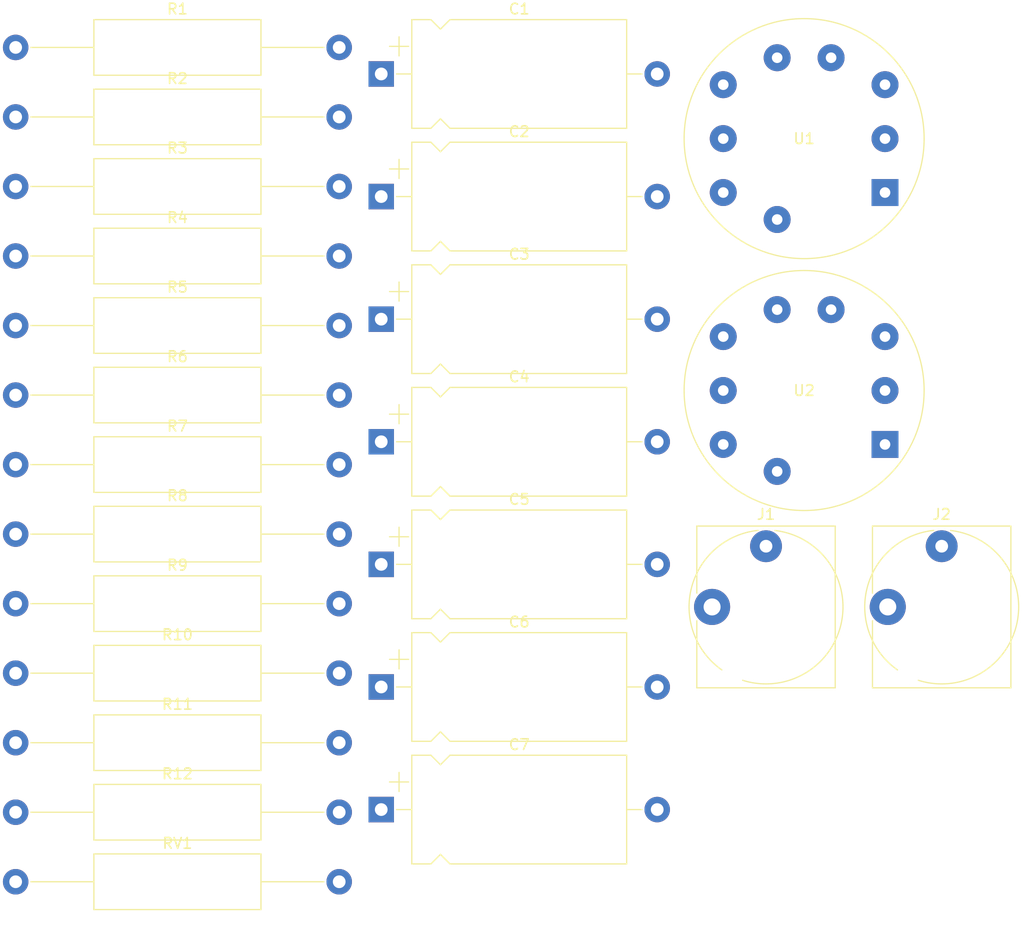
<source format=kicad_pcb>
(kicad_pcb (version 20221018) (generator pcbnew)
  (layers (0 "F.Cu" signal) (31 "B.Cu" signal) (34 "B.Paste" user) (35 "F.Paste" user) (36 "B.SilkS" user "B.Silkscreen") (37 "F.SilkS" user "F.Silkscreen") (38 "B.Mask" user) (39 "F.Mask" user) (44 "Edge.Cuts" user))
  (net 0 "")
  (net 1 "Net-(U1A-K)")
  (net 2 "Earth")
  (net 3 "Net-(U1A-A)")
  (net 4 "Net-(C2-Pad2)")
  (net 5 "Net-(C3-Pad2)")
  (net 6 "Net-(U1B-G)")
  (net 7 "Net-(U1B-A)")
  (net 8 "Net-(C5-Pad2)")
  (net 9 "Net-(U2A-G)")
  (net 10 "Net-(U2B-K)")
  (net 11 "Net-(C7-Pad2)")
  (net 12 "Net-(J1-PadS)")
  (net 13 "Net-(U1A-G)")
  (net 14 "Net-(R4-Pad1)")
  (net 15 "Net-(U1B-K)")
  (net 16 "Net-(U2A-K)")
  (net 17 "Net-(U2B-A)")
  (net 18 "Net-(U2A-A)")
  (footprint "Resistor_THT:R_Axial_DIN0516_L15.5mm_D5.0mm_P30.48mm_Horizontal" (layer "F.Cu") (at 98.82 84.78)
    (fp_text reference "R9" (at 15.24 -3.62) (layer "F.SilkS"))
    (fp_text value "470k")
    (fp_line (start 1.44 0) (end 7.37 0) (stroke (width 0.12)) (layer "F.SilkS"))
    (fp_line (start 7.37 -2.62) (end 7.37 2.62) (stroke (width 0.12)) (layer "F.SilkS"))
    (fp_line (start 7.37 2.62) (end 23.11 2.62) (stroke (width 0.12)) (layer "F.SilkS"))
    (fp_line (start 23.11 -2.62) (end 7.37 -2.62) (stroke (width 0.12)) (layer "F.SilkS"))
    (fp_line (start 23.11 2.62) (end 23.11 -2.62) (stroke (width 0.12)) (layer "F.SilkS"))
    (fp_line (start 29.04 0) (end 23.11 0) (stroke (width 0.12)) (layer "F.SilkS"))
    (pad "1" thru_hole circle (at 0 0) (size 2.4 2.4) (drill 1.2) (layers "*.Cu" "*.Mask") (net 9 "Net-(U2A-G)"))
    (pad "2" thru_hole oval (at 30.48 0) (size 2.4 2.4) (drill 1.2) (layers "*.Cu" "*.Mask") (net 2 "Earth"))
  )
  (footprint "Capacitor_THT:CP_Axial_L20.0mm_D10.0mm_P26.00mm_Horizontal" (layer "F.Cu") (at 133.26 81.08)
    (fp_text reference "C5" (at 13 -6.12) (layer "F.SilkS"))
    (fp_text value "22n")
    (fp_line (start 0.78 -2.6) (end 2.58 -2.6) (stroke (width 0.12)) (layer "F.SilkS"))
    (fp_line (start 1.44 0) (end 2.88 0) (stroke (width 0.12)) (layer "F.SilkS"))
    (fp_line (start 1.68 -3.5) (end 1.68 -1.7) (stroke (width 0.12)) (layer "F.SilkS"))
    (fp_line (start 2.88 -5.12) (end 2.88 5.12) (stroke (width 0.12)) (layer "F.SilkS"))
    (fp_line (start 2.88 -5.12) (end 4.68 -5.12) (stroke (width 0.12)) (layer "F.SilkS"))
    (fp_line (start 2.88 5.12) (end 4.68 5.12) (stroke (width 0.12)) (layer "F.SilkS"))
    (fp_line (start 4.68 -5.12) (end 5.58 -4.22) (stroke (width 0.12)) (layer "F.SilkS"))
    (fp_line (start 4.68 5.12) (end 5.58 4.22) (stroke (width 0.12)) (layer "F.SilkS"))
    (fp_line (start 5.58 -4.22) (end 6.48 -5.12) (stroke (width 0.12)) (layer "F.SilkS"))
    (fp_line (start 5.58 4.22) (end 6.48 5.12) (stroke (width 0.12)) (layer "F.SilkS"))
    (fp_line (start 6.48 -5.12) (end 23.12 -5.12) (stroke (width 0.12)) (layer "F.SilkS"))
    (fp_line (start 6.48 5.12) (end 23.12 5.12) (stroke (width 0.12)) (layer "F.SilkS"))
    (fp_line (start 23.12 -5.12) (end 23.12 5.12) (stroke (width 0.12)) (layer "F.SilkS"))
    (fp_line (start 24.56 0) (end 23.12 0) (stroke (width 0.12)) (layer "F.SilkS"))
    (pad "1" thru_hole rect (at 0 0) (size 2.4 2.4) (drill 1.2) (layers "*.Cu" "*.Mask") (net 7 "Net-(U1B-A)"))
    (pad "2" thru_hole oval (at 26 0) (size 2.4 2.4) (drill 1.2) (layers "*.Cu" "*.Mask") (net 8 "Net-(C5-Pad2)"))
  )
  (footprint "Capacitor_THT:CP_Axial_L20.0mm_D10.0mm_P26.00mm_Horizontal" (layer "F.Cu") (at 133.26 46.43)
    (fp_text reference "C2" (at 13 -6.12) (layer "F.SilkS"))
    (fp_text value "22n")
    (fp_line (start 0.78 -2.6) (end 2.58 -2.6) (stroke (width 0.12)) (layer "F.SilkS"))
    (fp_line (start 1.44 0) (end 2.88 0) (stroke (width 0.12)) (layer "F.SilkS"))
    (fp_line (start 1.68 -3.5) (end 1.68 -1.7) (stroke (width 0.12)) (layer "F.SilkS"))
    (fp_line (start 2.88 -5.12) (end 2.88 5.12) (stroke (width 0.12)) (layer "F.SilkS"))
    (fp_line (start 2.88 -5.12) (end 4.68 -5.12) (stroke (width 0.12)) (layer "F.SilkS"))
    (fp_line (start 2.88 5.12) (end 4.68 5.12) (stroke (width 0.12)) (layer "F.SilkS"))
    (fp_line (start 4.68 -5.12) (end 5.58 -4.22) (stroke (width 0.12)) (layer "F.SilkS"))
    (fp_line (start 4.68 5.12) (end 5.58 4.22) (stroke (width 0.12)) (layer "F.SilkS"))
    (fp_line (start 5.58 -4.22) (end 6.48 -5.12) (stroke (width 0.12)) (layer "F.SilkS"))
    (fp_line (start 5.58 4.22) (end 6.48 5.12) (stroke (width 0.12)) (layer "F.SilkS"))
    (fp_line (start 6.48 -5.12) (end 23.12 -5.12) (stroke (width 0.12)) (layer "F.SilkS"))
    (fp_line (start 6.48 5.12) (end 23.12 5.12) (stroke (width 0.12)) (layer "F.SilkS"))
    (fp_line (start 23.12 -5.12) (end 23.12 5.12) (stroke (width 0.12)) (layer "F.SilkS"))
    (fp_line (start 24.56 0) (end 23.12 0) (stroke (width 0.12)) (layer "F.SilkS"))
    (pad "1" thru_hole rect (at 0 0) (size 2.4 2.4) (drill 1.2) (layers "*.Cu" "*.Mask") (net 3 "Net-(U1A-A)"))
    (pad "2" thru_hole oval (at 26 0) (size 2.4 2.4) (drill 1.2) (layers "*.Cu" "*.Mask") (net 4 "Net-(C2-Pad2)"))
  )
  (footprint "Resistor_THT:R_Axial_DIN0516_L15.5mm_D5.0mm_P30.48mm_Horizontal" (layer "F.Cu") (at 98.82 78.23)
    (fp_text reference "R8" (at 15.24 -3.62) (layer "F.SilkS"))
    (fp_text value "470k")
    (fp_line (start 1.44 0) (end 7.37 0) (stroke (width 0.12)) (layer "F.SilkS"))
    (fp_line (start 7.37 -2.62) (end 7.37 2.62) (stroke (width 0.12)) (layer "F.SilkS"))
    (fp_line (start 7.37 2.62) (end 23.11 2.62) (stroke (width 0.12)) (layer "F.SilkS"))
    (fp_line (start 23.11 -2.62) (end 7.37 -2.62) (stroke (width 0.12)) (layer "F.SilkS"))
    (fp_line (start 23.11 2.62) (end 23.11 -2.62) (stroke (width 0.12)) (layer "F.SilkS"))
    (fp_line (start 29.04 0) (end 23.11 0) (stroke (width 0.12)) (layer "F.SilkS"))
    (pad "1" thru_hole circle (at 0 0) (size 2.4 2.4) (drill 1.2) (layers "*.Cu" "*.Mask") (net 8 "Net-(C5-Pad2)"))
    (pad "2" thru_hole oval (at 30.48 0) (size 2.4 2.4) (drill 1.2) (layers "*.Cu" "*.Mask") (net 9 "Net-(U2A-G)"))
  )
  (footprint "Resistor_THT:R_Axial_DIN0516_L15.5mm_D5.0mm_P30.48mm_Horizontal" (layer "F.Cu") (at 98.82 45.48)
    (fp_text reference "R3" (at 15.24 -3.62) (layer "F.SilkS"))
    (fp_text value "2k7")
    (fp_line (start 1.44 0) (end 7.37 0) (stroke (width 0.12)) (layer "F.SilkS"))
    (fp_line (start 7.37 -2.62) (end 7.37 2.62) (stroke (width 0.12)) (layer "F.SilkS"))
    (fp_line (start 7.37 2.62) (end 23.11 2.62) (stroke (width 0.12)) (layer "F.SilkS"))
    (fp_line (start 23.11 -2.62) (end 7.37 -2.62) (stroke (width 0.12)) (layer "F.SilkS"))
    (fp_line (start 23.11 2.62) (end 23.11 -2.62) (stroke (width 0.12)) (layer "F.SilkS"))
    (fp_line (start 29.04 0) (end 23.11 0) (stroke (width 0.12)) (layer "F.SilkS"))
    (pad "1" thru_hole circle (at 0 0) (size 2.4 2.4) (drill 1.2) (layers "*.Cu" "*.Mask") (net 1 "Net-(U1A-K)"))
    (pad "2" thru_hole oval (at 30.48 0) (size 2.4 2.4) (drill 1.2) (layers "*.Cu" "*.Mask") (net 2 "Earth"))
  )
  (footprint "Resistor_THT:R_Axial_DIN0516_L15.5mm_D5.0mm_P30.48mm_Horizontal" (layer "F.Cu") (at 98.82 110.98)
    (fp_text reference "RV1" (at 15.24 -3.62) (layer "F.SilkS"))
    (fp_text value "1M/log")
    (fp_line (start 1.44 0) (end 7.37 0) (stroke (width 0.12)) (layer "F.SilkS"))
    (fp_line (start 7.37 -2.62) (end 7.37 2.62) (stroke (width 0.12)) (layer "F.SilkS"))
    (fp_line (start 7.37 2.62) (end 23.11 2.62) (stroke (width 0.12)) (layer "F.SilkS"))
    (fp_line (start 23.11 -2.62) (end 7.37 -2.62) (stroke (width 0.12)) (layer "F.SilkS"))
    (fp_line (start 23.11 2.62) (end 23.11 -2.62) (stroke (width 0.12)) (layer "F.SilkS"))
    (fp_line (start 29.04 0) (end 23.11 0) (stroke (width 0.12)) (layer "F.SilkS"))
    (pad "1" thru_hole circle (at 0 0) (size 2.4 2.4) (drill 1.2) (layers "*.Cu" "*.Mask") (net 5 "Net-(C3-Pad2)"))
    (pad "2" thru_hole oval (at 30.48 0) (size 2.4 2.4) (drill 1.2) (layers "*.Cu" "*.Mask") (net 6 "Net-(U1B-G)"))
  )
  (footprint "Resistor_THT:R_Axial_DIN0516_L15.5mm_D5.0mm_P30.48mm_Horizontal" (layer "F.Cu") (at 98.82 91.33)
    (fp_text reference "R10" (at 15.24 -3.62) (layer "F.SilkS"))
    (fp_text value "820")
    (fp_line (start 1.44 0) (end 7.37 0) (stroke (width 0.12)) (layer "F.SilkS"))
    (fp_line (start 7.37 -2.62) (end 7.37 2.62) (stroke (width 0.12)) (layer "F.SilkS"))
    (fp_line (start 7.37 2.62) (end 23.11 2.62) (stroke (width 0.12)) (layer "F.SilkS"))
    (fp_line (start 23.11 -2.62) (end 7.37 -2.62) (stroke (width 0.12)) (layer "F.SilkS"))
    (fp_line (start 23.11 2.62) (end 23.11 -2.62) (stroke (width 0.12)) (layer "F.SilkS"))
    (fp_line (start 29.04 0) (end 23.11 0) (stroke (width 0.12)) (layer "F.SilkS"))
    (pad "1" thru_hole circle (at 0 0) (size 2.4 2.4) (drill 1.2) (layers "*.Cu" "*.Mask") (net 16 "Net-(U2A-K)"))
    (pad "2" thru_hole oval (at 30.48 0) (size 2.4 2.4) (drill 1.2) (layers "*.Cu" "*.Mask") (net 2 "Earth"))
  )
  (footprint "Connector_Audio:Jack_6.35mm_Neutrik_NJ2FD-V_Vertical" (layer "F.Cu") (at 186.06 79.37)
    (fp_text reference "J2" (at 0 -3) (layer "F.SilkS"))
    (fp_text value "AudioJack2")
    (fp_line (start -6.52 -1.9) (end -6.52 4.42) (stroke (width 0.12)) (layer "F.SilkS"))
    (fp_line (start -6.52 -1.9) (end 6.52 -1.9) (stroke (width 0.12)) (layer "F.SilkS"))
    (fp_line (start -6.52 7.02) (end -6.52 13.34) (stroke (width 0.12)) (layer "F.SilkS"))
    (fp_line (start -6.52 13.34) (end 6.52 13.34) (stroke (width 0.12)) (layer "F.SilkS"))
    (fp_line (start 6.52 -1.9) (end 6.52 13.34) (stroke (width 0.12)) (layer "F.SilkS"))
    (fp_arc (start -4.164153 11.6535) (mid -7.016062 3.897509) (end -0.75 -1.49) (stroke (width 0.12)) (layer "F.SilkS"))
    (fp_arc (start 0.84109 -1.482824) (mid 7.089049 7.247578) (end -2.2 12.63) (stroke (width 0.12)) (layer "F.SilkS"))
    (pad "" np_thru_hole circle (at -3.18 12.07 180) (size 1.6 1.6) (drill 1.6) (layers "*.Cu" "*.Mask"))
    (pad "" np_thru_hole circle (at 3.81 1.91 180) (size 2.1 2.1) (drill 2.1) (layers "*.Cu" "*.Mask"))
    (pad "S" thru_hole circle (at -5.08 5.72 180) (size 3.4 3.4) (drill 1.6) (layers "*.Cu" "*.Mask") (net 11 "Net-(C7-Pad2)"))
    (pad "T" thru_hole circle (at 0 0 180) (size 3 3) (drill 1.2) (layers "*.Cu" "*.Mask") (net 2 "Earth"))
  )
  (footprint "Connector_Audio:Jack_6.35mm_Neutrik_NJ2FD-V_Vertical" (layer "F.Cu") (at 169.51 79.37)
    (fp_text reference "J1" (at 0 -3) (layer "F.SilkS"))
    (fp_text value "AudioJack2")
    (fp_line (start -6.52 -1.9) (end -6.52 4.42) (stroke (width 0.12)) (layer "F.SilkS"))
    (fp_line (start -6.52 -1.9) (end 6.52 -1.9) (stroke (width 0.12)) (layer "F.SilkS"))
    (fp_line (start -6.52 7.02) (end -6.52 13.34) (stroke (width 0.12)) (layer "F.SilkS"))
    (fp_line (start -6.52 13.34) (end 6.52 13.34) (stroke (width 0.12)) (layer "F.SilkS"))
    (fp_line (start 6.52 -1.9) (end 6.52 13.34) (stroke (width 0.12)) (layer "F.SilkS"))
    (fp_arc (start -4.164153 11.6535) (mid -7.016062 3.897509) (end -0.75 -1.49) (stroke (width 0.12)) (layer "F.SilkS"))
    (fp_arc (start 0.84109 -1.482824) (mid 7.089049 7.247578) (end -2.2 12.63) (stroke (width 0.12)) (layer "F.SilkS"))
    (pad "" np_thru_hole circle (at -3.18 12.07 180) (size 1.6 1.6) (drill 1.6) (layers "*.Cu" "*.Mask"))
    (pad "" np_thru_hole circle (at 3.81 1.91 180) (size 2.1 2.1) (drill 2.1) (layers "*.Cu" "*.Mask"))
    (pad "S" thru_hole circle (at -5.08 5.72 180) (size 3.4 3.4) (drill 1.6) (layers "*.Cu" "*.Mask") (net 12 "Net-(J1-PadS)"))
    (pad "T" thru_hole circle (at 0 0 180) (size 3 3) (drill 1.2) (layers "*.Cu" "*.Mask") (net 2 "Earth"))
  )
  (footprint "Capacitor_THT:CP_Axial_L20.0mm_D10.0mm_P26.00mm_Horizontal" (layer "F.Cu") (at 133.26 34.88)
    (fp_text reference "C1" (at 13 -6.12) (layer "F.SilkS"))
    (fp_text value "680n")
    (fp_line (start 0.78 -2.6) (end 2.58 -2.6) (stroke (width 0.12)) (layer "F.SilkS"))
    (fp_line (start 1.44 0) (end 2.88 0) (stroke (width 0.12)) (layer "F.SilkS"))
    (fp_line (start 1.68 -3.5) (end 1.68 -1.7) (stroke (width 0.12)) (layer "F.SilkS"))
    (fp_line (start 2.88 -5.12) (end 2.88 5.12) (stroke (width 0.12)) (layer "F.SilkS"))
    (fp_line (start 2.88 -5.12) (end 4.68 -5.12) (stroke (width 0.12)) (layer "F.SilkS"))
    (fp_line (start 2.88 5.12) (end 4.68 5.12) (stroke (width 0.12)) (layer "F.SilkS"))
    (fp_line (start 4.68 -5.12) (end 5.58 -4.22) (stroke (width 0.12)) (layer "F.SilkS"))
    (fp_line (start 4.68 5.12) (end 5.58 4.22) (stroke (width 0.12)) (layer "F.SilkS"))
    (fp_line (start 5.58 -4.22) (end 6.48 -5.12) (stroke (width 0.12)) (layer "F.SilkS"))
    (fp_line (start 5.58 4.22) (end 6.48 5.12) (stroke (width 0.12)) (layer "F.SilkS"))
    (fp_line (start 6.48 -5.12) (end 23.12 -5.12) (stroke (width 0.12)) (layer "F.SilkS"))
    (fp_line (start 6.48 5.12) (end 23.12 5.12) (stroke (width 0.12)) (layer "F.SilkS"))
    (fp_line (start 23.12 -5.12) (end 23.12 5.12) (stroke (width 0.12)) (layer "F.SilkS"))
    (fp_line (start 24.56 0) (end 23.12 0) (stroke (width 0.12)) (layer "F.SilkS"))
    (pad "1" thru_hole rect (at 0 0) (size 2.4 2.4) (drill 1.2) (layers "*.Cu" "*.Mask") (net 1 "Net-(U1A-K)"))
    (pad "2" thru_hole oval (at 26 0) (size 2.4 2.4) (drill 1.2) (layers "*.Cu" "*.Mask") (net 2 "Earth"))
  )
  (footprint "Resistor_THT:R_Axial_DIN0516_L15.5mm_D5.0mm_P30.48mm_Horizontal" (layer "F.Cu") (at 98.82 65.13)
    (fp_text reference "R6" (at 15.24 -3.62) (layer "F.SilkS"))
    (fp_text value "10k")
    (fp_line (start 1.44 0) (end 7.37 0) (stroke (width 0.12)) (layer "F.SilkS"))
    (fp_line (start 7.37 -2.62) (end 7.37 2.62) (stroke (width 0.12)) (layer "F.SilkS"))
    (fp_line (start 7.37 2.62) (end 23.11 2.62) (stroke (width 0.12)) (layer "F.SilkS"))
    (fp_line (start 23.11 -2.62) (end 7.37 -2.62) (stroke (width 0.12)) (layer "F.SilkS"))
    (fp_line (start 23.11 2.62) (end 23.11 -2.62) (stroke (width 0.12)) (layer "F.SilkS"))
    (fp_line (start 29.04 0) (end 23.11 0) (stroke (width 0.12)) (layer "F.SilkS"))
    (pad "1" thru_hole circle (at 0 0) (size 2.4 2.4) (drill 1.2) (layers "*.Cu" "*.Mask") (net 15 "Net-(U1B-K)"))
    (pad "2" thru_hole oval (at 30.48 0) (size 2.4 2.4) (drill 1.2) (layers "*.Cu" "*.Mask") (net 2 "Earth"))
  )
  (footprint "Resistor_THT:R_Axial_DIN0516_L15.5mm_D5.0mm_P30.48mm_Horizontal" (layer "F.Cu") (at 98.82 104.43)
    (fp_text reference "R12" (at 15.24 -3.62) (layer "F.SilkS"))
    (fp_text value "100k")
    (fp_line (start 1.44 0) (end 7.37 0) (stroke (width 0.12)) (layer "F.SilkS"))
    (fp_line (start 7.37 -2.62) (end 7.37 2.62) (stroke (width 0.12)) (layer "F.SilkS"))
    (fp_line (start 7.37 2.62) (end 23.11 2.62) (stroke (width 0.12)) (layer "F.SilkS"))
    (fp_line (start 23.11 -2.62) (end 7.37 -2.62) (stroke (width 0.12)) (layer "F.SilkS"))
    (fp_line (start 23.11 2.62) (end 23.11 -2.62) (stroke (width 0.12)) (layer "F.SilkS"))
    (fp_line (start 29.04 0) (end 23.11 0) (stroke (width 0.12)) (layer "F.SilkS"))
    (pad "1" thru_hole circle (at 0 0) (size 2.4 2.4) (drill 1.2) (layers "*.Cu" "*.Mask") (net 10 "Net-(U2B-K)"))
    (pad "2" thru_hole oval (at 30.48 0) (size 2.4 2.4) (drill 1.2) (layers "*.Cu" "*.Mask") (net 2 "Earth"))
  )
  (footprint "Resistor_THT:R_Axial_DIN0516_L15.5mm_D5.0mm_P30.48mm_Horizontal" (layer "F.Cu") (at 98.82 52.03)
    (fp_text reference "R4" (at 15.24 -3.62) (layer "F.SilkS"))
    (fp_text value "100k")
    (fp_line (start 1.44 0) (end 7.37 0) (stroke (width 0.12)) (layer "F.SilkS"))
    (fp_line (start 7.37 -2.62) (end 7.37 2.62) (stroke (width 0.12)) (layer "F.SilkS"))
    (fp_line (start 7.37 2.62) (end 23.11 2.62) (stroke (width 0.12)) (layer "F.SilkS"))
    (fp_line (start 23.11 -2.62) (end 7.37 -2.62) (stroke (width 0.12)) (layer "F.SilkS"))
    (fp_line (start 23.11 2.62) (end 23.11 -2.62) (stroke (width 0.12)) (layer "F.SilkS"))
    (fp_line (start 29.04 0) (end 23.11 0) (stroke (width 0.12)) (layer "F.SilkS"))
    (pad "1" thru_hole circle (at 0 0) (size 2.4 2.4) (drill 1.2) (layers "*.Cu" "*.Mask") (net 14 "Net-(R4-Pad1)"))
    (pad "2" thru_hole oval (at 30.48 0) (size 2.4 2.4) (drill 1.2) (layers "*.Cu" "*.Mask") (net 3 "Net-(U1A-A)"))
  )
  (footprint "Resistor_THT:R_Axial_DIN0516_L15.5mm_D5.0mm_P30.48mm_Horizontal" (layer "F.Cu") (at 98.82 32.38)
    (fp_text reference "R1" (at 15.24 -3.62) (layer "F.SilkS"))
    (fp_text value "1M")
    (fp_line (start 1.44 0) (end 7.37 0) (stroke (width 0.12)) (layer "F.SilkS"))
    (fp_line (start 7.37 -2.62) (end 7.37 2.62) (stroke (width 0.12)) (layer "F.SilkS"))
    (fp_line (start 7.37 2.62) (end 23.11 2.62) (stroke (width 0.12)) (layer "F.SilkS"))
    (fp_line (start 23.11 -2.62) (end 7.37 -2.62) (stroke (width 0.12)) (layer "F.SilkS"))
    (fp_line (start 23.11 2.62) (end 23.11 -2.62) (stroke (width 0.12)) (layer "F.SilkS"))
    (fp_line (start 29.04 0) (end 23.11 0) (stroke (width 0.12)) (layer "F.SilkS"))
    (pad "1" thru_hole circle (at 0 0) (size 2.4 2.4) (drill 1.2) (layers "*.Cu" "*.Mask") (net 12 "Net-(J1-PadS)"))
    (pad "2" thru_hole oval (at 30.48 0) (size 2.4 2.4) (drill 1.2) (layers "*.Cu" "*.Mask") (net 2 "Earth"))
  )
  (footprint "Capacitor_THT:CP_Axial_L20.0mm_D10.0mm_P26.00mm_Horizontal" (layer "F.Cu") (at 133.26 69.53)
    (fp_text reference "C4" (at 13 -6.12) (layer "F.SilkS"))
    (fp_text value "1n/disk")
    (fp_line (start 0.78 -2.6) (end 2.58 -2.6) (stroke (width 0.12)) (layer "F.SilkS"))
    (fp_line (start 1.44 0) (end 2.88 0) (stroke (width 0.12)) (layer "F.SilkS"))
    (fp_line (start 1.68 -3.5) (end 1.68 -1.7) (stroke (width 0.12)) (layer "F.SilkS"))
    (fp_line (start 2.88 -5.12) (end 2.88 5.12) (stroke (width 0.12)) (layer "F.SilkS"))
    (fp_line (start 2.88 -5.12) (end 4.68 -5.12) (stroke (width 0.12)) (layer "F.SilkS"))
    (fp_line (start 2.88 5.12) (end 4.68 5.12) (stroke (width 0.12)) (layer "F.SilkS"))
    (fp_line (start 4.68 -5.12) (end 5.58 -4.22) (stroke (width 0.12)) (layer "F.SilkS"))
    (fp_line (start 4.68 5.12) (end 5.58 4.22) (stroke (width 0.12)) (layer "F.SilkS"))
    (fp_line (start 5.58 -4.22) (end 6.48 -5.12) (stroke (width 0.12)) (layer "F.SilkS"))
    (fp_line (start 5.58 4.22) (end 6.48 5.12) (stroke (width 0.12)) (layer "F.SilkS"))
    (fp_line (start 6.48 -5.12) (end 23.12 -5.12) (stroke (width 0.12)) (layer "F.SilkS"))
    (fp_line (start 6.48 5.12) (end 23.12 5.12) (stroke (width 0.12)) (layer "F.SilkS"))
    (fp_line (start 23.12 -5.12) (end 23.12 5.12) (stroke (width 0.12)) (layer "F.SilkS"))
    (fp_line (start 24.56 0) (end 23.12 0) (stroke (width 0.12)) (layer "F.SilkS"))
    (pad "1" thru_hole rect (at 0 0) (size 2.4 2.4) (drill 1.2) (layers "*.Cu" "*.Mask") (net 5 "Net-(C3-Pad2)"))
    (pad "2" thru_hole oval (at 26 0) (size 2.4 2.4) (drill 1.2) (layers "*.Cu" "*.Mask") (net 6 "Net-(U1B-G)"))
  )
  (footprint "Capacitor_THT:CP_Axial_L20.0mm_D10.0mm_P26.00mm_Horizontal" (layer "F.Cu") (at 133.26 92.63)
    (fp_text reference "C6" (at 13 -6.12) (layer "F.SilkS"))
    (fp_text value "470p/disk")
    (fp_line (start 0.78 -2.6) (end 2.58 -2.6) (stroke (width 0.12)) (layer "F.SilkS"))
    (fp_line (start 1.44 0) (end 2.88 0) (stroke (width 0.12)) (layer "F.SilkS"))
    (fp_line (start 1.68 -3.5) (end 1.68 -1.7) (stroke (width 0.12)) (layer "F.SilkS"))
    (fp_line (start 2.88 -5.12) (end 2.88 5.12) (stroke (width 0.12)) (layer "F.SilkS"))
    (fp_line (start 2.88 -5.12) (end 4.68 -5.12) (stroke (width 0.12)) (layer "F.SilkS"))
    (fp_line (start 2.88 5.12) (end 4.68 5.12) (stroke (width 0.12)) (layer "F.SilkS"))
    (fp_line (start 4.68 -5.12) (end 5.58 -4.22) (stroke (width 0.12)) (layer "F.SilkS"))
    (fp_line (start 4.68 5.12) (end 5.58 4.22) (stroke (width 0.12)) (layer "F.SilkS"))
    (fp_line (start 5.58 -4.22) (end 6.48 -5.12) (stroke (width 0.12)) (layer "F.SilkS"))
    (fp_line (start 5.58 4.22) (end 6.48 5.12) (stroke (width 0.12)) (layer "F.SilkS"))
    (fp_line (start 6.48 -5.12) (end 23.12 -5.12) (stroke (width 0.12)) (layer "F.SilkS"))
    (fp_line (start 6.48 5.12) (end 23.12 5.12) (stroke (width 0.12)) (layer "F.SilkS"))
    (fp_line (start 23.12 -5.12) (end 23.12 5.12) (stroke (width 0.12)) (layer "F.SilkS"))
    (fp_line (start 24.56 0) (end 23.12 0) (stroke (width 0.12)) (layer "F.SilkS"))
    (pad "1" thru_hole rect (at 0 0) (size 2.4 2.4) (drill 1.2) (layers "*.Cu" "*.Mask") (net 8 "Net-(C5-Pad2)"))
    (pad "2" thru_hole oval (at 26 0) (size 2.4 2.4) (drill 1.2) (layers "*.Cu" "*.Mask") (net 9 "Net-(U2A-G)"))
  )
  (footprint "Resistor_THT:R_Axial_DIN0516_L15.5mm_D5.0mm_P30.48mm_Horizontal" (layer "F.Cu") (at 98.82 71.68)
    (fp_text reference "R7" (at 15.24 -3.62) (layer "F.SilkS"))
    (fp_text value "100k")
    (fp_line (start 1.44 0) (end 7.37 0) (stroke (width 0.12)) (layer "F.SilkS"))
    (fp_line (start 7.37 -2.62) (end 7.37 2.62) (stroke (width 0.12)) (layer "F.SilkS"))
    (fp_line (start 7.37 2.62) (end 23.11 2.62) (stroke (width 0.12)) (layer "F.SilkS"))
    (fp_line (start 23.11 -2.62) (end 7.37 -2.62) (stroke (width 0.12)) (layer "F.SilkS"))
    (fp_line (start 23.11 2.62) (end 23.11 -2.62) (stroke (width 0.12)) (layer "F.SilkS"))
    (fp_line (start 29.04 0) (end 23.11 0) (stroke (width 0.12)) (layer "F.SilkS"))
    (pad "1" thru_hole circle (at 0 0) (size 2.4 2.4) (drill 1.2) (layers "*.Cu" "*.Mask") (net 14 "Net-(R4-Pad1)"))
    (pad "2" thru_hole oval (at 30.48 0) (size 2.4 2.4) (drill 1.2) (layers "*.Cu" "*.Mask") (net 7 "Net-(U1B-A)"))
  )
  (footprint "Valve:Valve_Noval_P" (layer "F.Cu") (at 180.720419 69.781257)
    (fp_text reference "U2" (at -7.62 -5.08) (layer "F.SilkS"))
    (fp_text value "ECC83")
    (fp_circle (center -7.62 -5.08) (end 1.63 1.42) (stroke (width 0.12)) (fill none) (layer "F.SilkS"))
    (pad "1" thru_hole rect (at 0 0) (size 2.54 2.54) (drill 1) (layers "*.Cu" "*.Mask") (net 17 "Net-(U2B-A)"))
    (pad "2" thru_hole circle (at 0 -5.08) (size 2.54 2.54) (drill 1) (layers "*.Cu" "*.Mask") (net 18 "Net-(U2A-A)"))
    (pad "3" thru_hole circle (at 0 -10.16) (size 2.54 2.54) (drill 1) (layers "*.Cu" "*.Mask") (net 10 "Net-(U2B-K)"))
    (pad "4" thru_hole circle (at -5.08 -12.7) (size 2.54 2.54) (drill 1) (layers "*.Cu" "*.Mask"))
    (pad "5" thru_hole circle (at -10.16 -12.7) (size 2.54 2.54) (drill 1) (layers "*.Cu" "*.Mask"))
    (pad "6" thru_hole circle (at -15.24 -10.16) (size 2.54 2.54) (drill 1) (layers "*.Cu" "*.Mask") (net 18 "Net-(U2A-A)"))
    (pad "7" thru_hole circle (at -15.24 -5.08) (size 2.54 2.54) (drill 1) (layers "*.Cu" "*.Mask") (net 9 "Net-(U2A-G)"))
    (pad "8" thru_hole circle (at -15.24 0) (size 2.54 2.54) (drill 1) (layers "*.Cu" "*.Mask") (net 16 "Net-(U2A-K)"))
    (pad "9" thru_hole circle (at -10.16 2.54) (size 2.54 2.54) (drill 1) (layers "*.Cu" "*.Mask"))
  )
  (footprint "Resistor_THT:R_Axial_DIN0516_L15.5mm_D5.0mm_P30.48mm_Horizontal" (layer "F.Cu") (at 98.82 38.93)
    (fp_text reference "R2" (at 15.24 -3.62) (layer "F.SilkS"))
    (fp_text value "68k")
    (fp_line (start 1.44 0) (end 7.37 0) (stroke (width 0.12)) (layer "F.SilkS"))
    (fp_line (start 7.37 -2.62) (end 7.37 2.62) (stroke (width 0.12)) (layer "F.SilkS"))
    (fp_line (start 7.37 2.62) (end 23.11 2.62) (stroke (width 0.12)) (layer "F.SilkS"))
    (fp_line (start 23.11 -2.62) (end 7.37 -2.62) (stroke (width 0.12)) (layer "F.SilkS"))
    (fp_line (start 23.11 2.62) (end 23.11 -2.62) (stroke (width 0.12)) (layer "F.SilkS"))
    (fp_line (start 29.04 0) (end 23.11 0) (stroke (width 0.12)) (layer "F.SilkS"))
    (pad "1" thru_hole circle (at 0 0) (size 2.4 2.4) (drill 1.2) (layers "*.Cu" "*.Mask") (net 12 "Net-(J1-PadS)"))
    (pad "2" thru_hole oval (at 30.48 0) (size 2.4 2.4) (drill 1.2) (layers "*.Cu" "*.Mask") (net 13 "Net-(U1A-G)"))
  )
  (footprint "Capacitor_THT:CP_Axial_L20.0mm_D10.0mm_P26.00mm_Horizontal" (layer "F.Cu") (at 133.26 104.18)
    (fp_text reference "C7" (at 13 -6.12) (layer "F.SilkS"))
    (fp_text value "22n")
    (fp_line (start 0.78 -2.6) (end 2.58 -2.6) (stroke (width 0.12)) (layer "F.SilkS"))
    (fp_line (start 1.44 0) (end 2.88 0) (stroke (width 0.12)) (layer "F.SilkS"))
    (fp_line (start 1.68 -3.5) (end 1.68 -1.7) (stroke (width 0.12)) (layer "F.SilkS"))
    (fp_line (start 2.88 -5.12) (end 2.88 5.12) (stroke (width 0.12)) (layer "F.SilkS"))
    (fp_line (start 2.88 -5.12) (end 4.68 -5.12) (stroke (width 0.12)) (layer "F.SilkS"))
    (fp_line (start 2.88 5.12) (end 4.68 5.12) (stroke (width 0.12)) (layer "F.SilkS"))
    (fp_line (start 4.68 -5.12) (end 5.58 -4.22) (stroke (width 0.12)) (layer "F.SilkS"))
    (fp_line (start 4.68 5.12) (end 5.58 4.22) (stroke (width 0.12)) (layer "F.SilkS"))
    (fp_line (start 5.58 -4.22) (end 6.48 -5.12) (stroke (width 0.12)) (layer "F.SilkS"))
    (fp_line (start 5.58 4.22) (end 6.48 5.12) (stroke (width 0.12)) (layer "F.SilkS"))
    (fp_line (start 6.48 -5.12) (end 23.12 -5.12) (stroke (width 0.12)) (layer "F.SilkS"))
    (fp_line (start 6.48 5.12) (end 23.12 5.12) (stroke (width 0.12)) (layer "F.SilkS"))
    (fp_line (start 23.12 -5.12) (end 23.12 5.12) (stroke (width 0.12)) (layer "F.SilkS"))
    (fp_line (start 24.56 0) (end 23.12 0) (stroke (width 0.12)) (layer "F.SilkS"))
    (pad "1" thru_hole rect (at 0 0) (size 2.4 2.4) (drill 1.2) (layers "*.Cu" "*.Mask") (net 10 "Net-(U2B-K)"))
    (pad "2" thru_hole oval (at 26 0) (size 2.4 2.4) (drill 1.2) (layers "*.Cu" "*.Mask") (net 11 "Net-(C7-Pad2)"))
  )
  (footprint "Valve:Valve_Noval_P" (layer "F.Cu") (at 180.720419 46.050419)
    (fp_text reference "U1" (at -7.62 -5.08) (layer "F.SilkS"))
    (fp_text value "ECC83")
    (fp_circle (center -7.62 -5.08) (end 1.63 1.42) (stroke (width 0.12)) (fill none) (layer "F.SilkS"))
    (pad "1" thru_hole rect (at 0 0) (size 2.54 2.54) (drill 1) (layers "*.Cu" "*.Mask") (net 7 "Net-(U1B-A)"))
    (pad "2" thru_hole circle (at 0 -5.08) (size 2.54 2.54) (drill 1) (layers "*.Cu" "*.Mask") (net 6 "Net-(U1B-G)"))
    (pad "3" thru_hole circle (at 0 -10.16) (size 2.54 2.54) (drill 1) (layers "*.Cu" "*.Mask") (net 15 "Net-(U1B-K)"))
    (pad "4" thru_hole circle (at -5.08 -12.7) (size 2.54 2.54) (drill 1) (layers "*.Cu" "*.Mask"))
    (pad "5" thru_hole circle (at -10.16 -12.7) (size 2.54 2.54) (drill 1) (layers "*.Cu" "*.Mask"))
    (pad "6" thru_hole circle (at -15.24 -10.16) (size 2.54 2.54) (drill 1) (layers "*.Cu" "*.Mask") (net 3 "Net-(U1A-A)"))
    (pad "7" thru_hole circle (at -15.24 -5.08) (size 2.54 2.54) (drill 1) (layers "*.Cu" "*.Mask") (net 13 "Net-(U1A-G)"))
    (pad "8" thru_hole circle (at -15.24 0) (size 2.54 2.54) (drill 1) (layers "*.Cu" "*.Mask") (net 1 "Net-(U1A-K)"))
    (pad "9" thru_hole circle (at -10.16 2.54) (size 2.54 2.54) (drill 1) (layers "*.Cu" "*.Mask"))
  )
  (footprint "Capacitor_THT:CP_Axial_L20.0mm_D10.0mm_P26.00mm_Horizontal" (layer "F.Cu") (at 133.26 57.98)
    (fp_text reference "C3" (at 13 -6.12) (layer "F.SilkS"))
    (fp_text value "470p/disk")
    (fp_line (start 0.78 -2.6) (end 2.58 -2.6) (stroke (width 0.12)) (layer "F.SilkS"))
    (fp_line (start 1.44 0) (end 2.88 0) (stroke (width 0.12)) (layer "F.SilkS"))
    (fp_line (start 1.68 -3.5) (end 1.68 -1.7) (stroke (width 0.12)) (layer "F.SilkS"))
    (fp_line (start 2.88 -5.12) (end 2.88 5.12) (stroke (width 0.12)) (layer "F.SilkS"))
    (fp_line (start 2.88 -5.12) (end 4.68 -5.12) (stroke (width 0.12)) (layer "F.SilkS"))
    (fp_line (start 2.88 5.12) (end 4.68 5.12) (stroke (width 0.12)) (layer "F.SilkS"))
    (fp_line (start 4.68 -5.12) (end 5.58 -4.22) (stroke (width 0.12)) (layer "F.SilkS"))
    (fp_line (start 4.68 5.12) (end 5.58 4.22) (stroke (width 0.12)) (layer "F.SilkS"))
    (fp_line (start 5.58 -4.22) (end 6.48 -5.12) (stroke (width 0.12)) (layer "F.SilkS"))
    (fp_line (start 5.58 4.22) (end 6.48 5.12) (stroke (width 0.12)) (layer "F.SilkS"))
    (fp_line (start 6.48 -5.12) (end 23.12 -5.12) (stroke (width 0.12)) (layer "F.SilkS"))
    (fp_line (start 6.48 5.12) (end 23.12 5.12) (stroke (width 0.12)) (layer "F.SilkS"))
    (fp_line (start 23.12 -5.12) (end 23.12 5.12) (stroke (width 0.12)) (layer "F.SilkS"))
    (fp_line (start 24.56 0) (end 23.12 0) (stroke (width 0.12)) (layer "F.SilkS"))
    (pad "1" thru_hole rect (at 0 0) (size 2.4 2.4) (drill 1.2) (layers "*.Cu" "*.Mask") (net 4 "Net-(C2-Pad2)"))
    (pad "2" thru_hole oval (at 26 0) (size 2.4 2.4) (drill 1.2) (layers "*.Cu" "*.Mask") (net 5 "Net-(C3-Pad2)"))
  )
  (footprint "Resistor_THT:R_Axial_DIN0516_L15.5mm_D5.0mm_P30.48mm_Horizontal" (layer "F.Cu") (at 98.82 97.88)
    (fp_text reference "R11" (at 15.24 -3.62) (layer "F.SilkS"))
    (fp_text value "100k")
    (fp_line (start 1.44 0) (end 7.37 0) (stroke (width 0.12)) (layer "F.SilkS"))
    (fp_line (start 7.37 -2.62) (end 7.37 2.62) (stroke (width 0.12)) (layer "F.SilkS"))
    (fp_line (start 7.37 2.62) (end 23.11 2.62) (stroke (width 0.12)) (layer "F.SilkS"))
    (fp_line (start 23.11 -2.62) (end 7.37 -2.62) (stroke (width 0.12)) (layer "F.SilkS"))
    (fp_line (start 23.11 2.62) (end 23.11 -2.62) (stroke (width 0.12)) (layer "F.SilkS"))
    (fp_line (start 29.04 0) (end 23.11 0) (stroke (width 0.12)) (layer "F.SilkS"))
    (pad "1" thru_hole circle (at 0 0) (size 2.4 2.4) (drill 1.2) (layers "*.Cu" "*.Mask") (net 17 "Net-(U2B-A)"))
    (pad "2" thru_hole oval (at 30.48 0) (size 2.4 2.4) (drill 1.2) (layers "*.Cu" "*.Mask") (net 18 "Net-(U2A-A)"))
  )
  (footprint "Resistor_THT:R_Axial_DIN0516_L15.5mm_D5.0mm_P30.48mm_Horizontal" (layer "F.Cu") (at 98.82 58.58)
    (fp_text reference "R5" (at 15.24 -3.62) (layer "F.SilkS"))
    (fp_text value "470k")
    (fp_line (start 1.44 0) (end 7.37 0) (stroke (width 0.12)) (layer "F.SilkS"))
    (fp_line (start 7.37 -2.62) (end 7.37 2.62) (stroke (width 0.12)) (layer "F.SilkS"))
    (fp_line (start 7.37 2.62) (end 23.11 2.62) (stroke (width 0.12)) (layer "F.SilkS"))
    (fp_line (start 23.11 -2.62) (end 7.37 -2.62) (stroke (width 0.12)) (layer "F.SilkS"))
    (fp_line (start 23.11 2.62) (end 23.11 -2.62) (stroke (width 0.12)) (layer "F.SilkS"))
    (fp_line (start 29.04 0) (end 23.11 0) (stroke (width 0.12)) (layer "F.SilkS"))
    (pad "1" thru_hole circle (at 0 0) (size 2.4 2.4) (drill 1.2) (layers "*.Cu" "*.Mask") (net 4 "Net-(C2-Pad2)"))
    (pad "2" thru_hole oval (at 30.48 0) (size 2.4 2.4) (drill 1.2) (layers "*.Cu" "*.Mask") (net 5 "Net-(C3-Pad2)"))
  )
)
</source>
